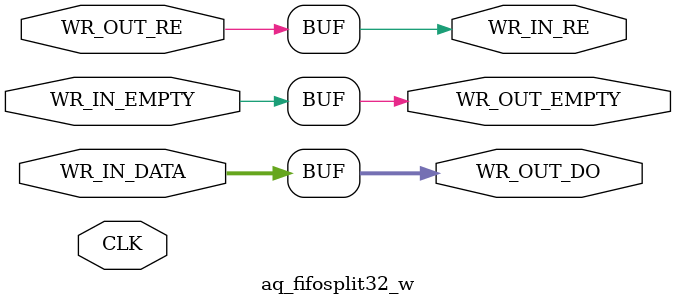
<source format=v>
module aq_fifosplit32_w(
  input CLK,

  output WR_IN_RE,
  input [31:0] WR_IN_DATA,
  input WR_IN_EMPTY,

  input WR_OUT_RE,
  output [31:0] WR_OUT_DO,
  output WR_OUT_EMPTY
);

assign WR_IN_RE = WR_OUT_RE;
assign WR_OUT_DO = WR_IN_DATA;
assign WR_OUT_EMPTY = WR_IN_EMPTY;

endmodule

</source>
